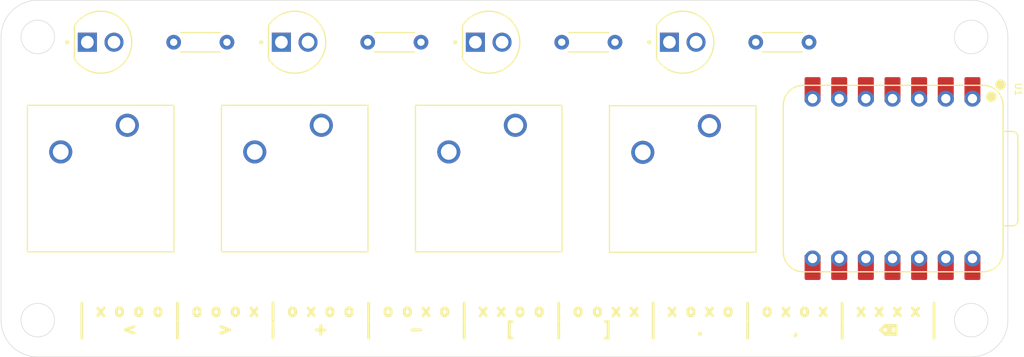
<source format=kicad_pcb>
(kicad_pcb (version 20241229) (generator "pcbnew") (generator_version "9.0")
  (layers (0 "F.Cu" signal) (2 "B.Cu" signal) (13 "F.Paste" user) (15 "B.Paste" user) (5 "F.SilkS" user "F.Silkscreen") (7 "B.SilkS" user "B.Silkscreen") (1 "F.Mask" user) (3 "B.Mask" user) (25 "Edge.Cuts" user))
  (net 0 "")
  (net 1 "GND")
  (net 2 "Net-(D1-PadA)")
  (net 3 "Net-(D2-PadA)")
  (net 4 "Net-(D3-PadA)")
  (net 5 "Net-(D4-PadA)")
  (net 6 "d1")
  (net 7 "d2")
  (net 8 "d3")
  (net 9 "d4")
  (net 10 "sw1")
  (net 11 "sw2")
  (net 12 "sw3")
  (net 13 "sw4")
  (footprint "Button_Switch_Keyboard:SW_Cherry_MX_1.00u_PCB" (layer "F.Cu") (at 144.04 54.92)
    (property "Reference" "SW3" (hide yes))
    (property "Value" "SW_Push")
    (fp_line (start -9.525 -1.905) (end 4.445 -1.905) (stroke (width 0.12)) (layer "F.SilkS"))
    (fp_line (start -9.525 12.065) (end -9.525 -1.905) (stroke (width 0.12)) (layer "F.SilkS"))
    (fp_line (start 4.445 -1.905) (end 4.445 12.065) (stroke (width 0.12)) (layer "F.SilkS"))
    (fp_line (start 4.445 12.065) (end -9.525 12.065) (stroke (width 0.12)) (layer "F.SilkS"))
    (pad "" np_thru_hole circle (at -7.62 5.08) (size 1.7 1.7) (drill 1.7) (layers "*.Cu" "*.Mask"))
    (pad "" np_thru_hole circle (at -2.54 5.08) (size 4 4) (drill 4) (layers "*.Cu" "*.Mask"))
    (pad "" np_thru_hole circle (at 2.54 5.08) (size 1.7 1.7) (drill 1.7) (layers "*.Cu" "*.Mask"))
    (pad "1" thru_hole circle (at 0 0) (size 2.2 2.2) (drill 1.5) (layers "*.Cu" "*.Mask") (net 12 "sw3"))
    (pad "2" thru_hole circle (at -6.35 2.54) (size 2.2 2.2) (drill 1.5) (layers "*.Cu" "*.Mask") (net 1 "GND"))
  )
  (footprint "Resistor_THT:R_Axial_DIN0204_L3.6mm_D1.6mm_P5.08mm_Horizontal" (layer "F.Cu") (at 148.46 47)
    (property "Reference" "R3" (hide yes))
    (property "Value" "R")
    (fp_line (start 0.62 -0.92) (end 4.46 -0.92) (stroke (width 0.12)) (layer "F.SilkS"))
    (fp_line (start 0.62 0.92) (end 4.46 0.92) (stroke (width 0.12)) (layer "F.SilkS"))
    (pad "1" thru_hole circle (at 0 0) (size 1.4 1.4) (drill 0.7) (layers "*.Cu" "*.Mask") (net 4 "Net-(D3-PadA)"))
    (pad "2" thru_hole circle (at 5.08 0) (size 1.4 1.4) (drill 0.7) (layers "*.Cu" "*.Mask") (net 8 "d3"))
  )
  (footprint "footprints:LEDRD254W57D500H1070" (layer "F.Cu") (at 141.5 47)
    (property "Reference" "D3" (hide yes))
    (property "Value" "L08R5000Q1" (hide yes))
    (fp_line (start -2.5 -1.566) (end -2.5 1.566) (stroke (width 0.127)) (layer "F.SilkS"))
    (fp_arc (start -2.5 -1.566) (mid 2.961291 0) (end -2.5 1.566) (stroke (width 0.127)) (layer "F.SilkS"))
    (fp_circle (center -3.2 0) (end -3.1 0) (stroke (width 0.2)) (fill no) (layer "F.SilkS"))
    (pad "A" thru_hole circle (at 1.27 0) (size 1.815 1.815) (drill 1.21) (layers "*.Cu" "*.Mask") (net 4 "Net-(D3-PadA)"))
    (pad "C" thru_hole rect (at -1.27 0) (size 1.815 1.815) (drill 1.21) (layers "*.Cu" "*.Mask") (net 1 "GND"))
  )
  (footprint "Button_Switch_Keyboard:SW_Cherry_MX_1.00u_PCB" (layer "F.Cu") (at 125.54 54.92)
    (property "Reference" "SW2" (hide yes))
    (property "Value" "SW_Push")
    (fp_line (start -9.525 -1.905) (end 4.445 -1.905) (stroke (width 0.12)) (layer "F.SilkS"))
    (fp_line (start -9.525 12.065) (end -9.525 -1.905) (stroke (width 0.12)) (layer "F.SilkS"))
    (fp_line (start 4.445 -1.905) (end 4.445 12.065) (stroke (width 0.12)) (layer "F.SilkS"))
    (fp_line (start 4.445 12.065) (end -9.525 12.065) (stroke (width 0.12)) (layer "F.SilkS"))
    (pad "" np_thru_hole circle (at -7.62 5.08) (size 1.7 1.7) (drill 1.7) (layers "*.Cu" "*.Mask"))
    (pad "" np_thru_hole circle (at -2.54 5.08) (size 4 4) (drill 4) (layers "*.Cu" "*.Mask"))
    (pad "" np_thru_hole circle (at 2.54 5.08) (size 1.7 1.7) (drill 1.7) (layers "*.Cu" "*.Mask"))
    (pad "1" thru_hole circle (at 0 0) (size 2.2 2.2) (drill 1.5) (layers "*.Cu" "*.Mask") (net 11 "sw2"))
    (pad "2" thru_hole circle (at -6.35 2.54) (size 2.2 2.2) (drill 1.5) (layers "*.Cu" "*.Mask") (net 1 "GND"))
  )
  (footprint "Resistor_THT:R_Axial_DIN0204_L3.6mm_D1.6mm_P5.08mm_Horizontal" (layer "F.Cu") (at 129.96 47)
    (property "Reference" "R2" (hide yes))
    (property "Value" "R")
    (fp_line (start 0.62 -0.92) (end 4.46 -0.92) (stroke (width 0.12)) (layer "F.SilkS"))
    (fp_line (start 0.62 0.92) (end 4.46 0.92) (stroke (width 0.12)) (layer "F.SilkS"))
    (pad "1" thru_hole circle (at 0 0) (size 1.4 1.4) (drill 0.7) (layers "*.Cu" "*.Mask") (net 3 "Net-(D2-PadA)"))
    (pad "2" thru_hole circle (at 5.08 0) (size 1.4 1.4) (drill 0.7) (layers "*.Cu" "*.Mask") (net 7 "d2"))
  )
  (footprint "Button_Switch_Keyboard:SW_Cherry_MX_1.00u_PCB" (layer "F.Cu") (at 107.04 54.92)
    (property "Reference" "SW1" (hide yes))
    (property "Value" "SW_Push")
    (fp_line (start -9.525 -1.905) (end 4.445 -1.905) (stroke (width 0.12)) (layer "F.SilkS"))
    (fp_line (start -9.525 12.065) (end -9.525 -1.905) (stroke (width 0.12)) (layer "F.SilkS"))
    (fp_line (start 4.445 -1.905) (end 4.445 12.065) (stroke (width 0.12)) (layer "F.SilkS"))
    (fp_line (start 4.445 12.065) (end -9.525 12.065) (stroke (width 0.12)) (layer "F.SilkS"))
    (pad "" np_thru_hole circle (at -7.62 5.08) (size 1.7 1.7) (drill 1.7) (layers "*.Cu" "*.Mask"))
    (pad "" np_thru_hole circle (at -2.54 5.08) (size 4 4) (drill 4) (layers "*.Cu" "*.Mask"))
    (pad "" np_thru_hole circle (at 2.54 5.08) (size 1.7 1.7) (drill 1.7) (layers "*.Cu" "*.Mask"))
    (pad "1" thru_hole circle (at 0 0) (size 2.2 2.2) (drill 1.5) (layers "*.Cu" "*.Mask") (net 10 "sw1"))
    (pad "2" thru_hole circle (at -6.35 2.54) (size 2.2 2.2) (drill 1.5) (layers "*.Cu" "*.Mask") (net 1 "GND"))
  )
  (footprint "Resistor_THT:R_Axial_DIN0204_L3.6mm_D1.6mm_P5.08mm_Horizontal" (layer "F.Cu") (at 111.46 47)
    (property "Reference" "R1" (hide yes))
    (property "Value" "R")
    (fp_line (start 0.62 -0.92) (end 4.46 -0.92) (stroke (width 0.12)) (layer "F.SilkS"))
    (fp_line (start 0.62 0.92) (end 4.46 0.92) (stroke (width 0.12)) (layer "F.SilkS"))
    (pad "1" thru_hole circle (at 0 0) (size 1.4 1.4) (drill 0.7) (layers "*.Cu" "*.Mask") (net 2 "Net-(D1-PadA)"))
    (pad "2" thru_hole circle (at 5.08 0) (size 1.4 1.4) (drill 0.7) (layers "*.Cu" "*.Mask") (net 6 "d1"))
  )
  (footprint "footprints:LEDRD254W57D500H1070" (layer "F.Cu") (at 104.5 47)
    (property "Reference" "D1" (hide yes))
    (property "Value" "L08R5000Q1" (hide yes))
    (fp_line (start -2.5 -1.566) (end -2.5 1.566) (stroke (width 0.127)) (layer "F.SilkS"))
    (fp_arc (start -2.5 -1.566) (mid 2.961291 0) (end -2.5 1.566) (stroke (width 0.127)) (layer "F.SilkS"))
    (fp_circle (center -3.2 0) (end -3.1 0) (stroke (width 0.2)) (fill no) (layer "F.SilkS"))
    (pad "A" thru_hole circle (at 1.27 0) (size 1.815 1.815) (drill 1.21) (layers "*.Cu" "*.Mask") (net 2 "Net-(D1-PadA)"))
    (pad "C" thru_hole rect (at -1.27 0) (size 1.815 1.815) (drill 1.21) (layers "*.Cu" "*.Mask") (net 1 "GND"))
  )
  (footprint "footprints:LEDRD254W57D500H1070" (layer "F.Cu") (at 123 47)
    (property "Reference" "D2" (hide yes))
    (property "Value" "L08R5000Q1" (hide yes))
    (fp_line (start -2.5 -1.566) (end -2.5 1.566) (stroke (width 0.127)) (layer "F.SilkS"))
    (fp_arc (start -2.5 -1.566) (mid 2.961291 0) (end -2.5 1.566) (stroke (width 0.127)) (layer "F.SilkS"))
    (fp_circle (center -3.2 0) (end -3.1 0) (stroke (width 0.2)) (fill no) (layer "F.SilkS"))
    (pad "A" thru_hole circle (at 1.27 0) (size 1.815 1.815) (drill 1.21) (layers "*.Cu" "*.Mask") (net 3 "Net-(D2-PadA)"))
    (pad "C" thru_hole rect (at -1.27 0) (size 1.815 1.815) (drill 1.21) (layers "*.Cu" "*.Mask") (net 1 "GND"))
  )
  (footprint "footprints:XIAO-RP2040-DIP" (layer "F.Cu") (at 180 60 -90)
    (property "Reference" "U1" (at -8.5 -12 270) (layer "F.SilkS") (effects (font (size 0.635 0.635) (thickness 0.1016))))
    (property "Value" "XIAO-RP2040-DIP")
    (fp_line (start -6.985 10.414) (end 6.985 10.414) (stroke (width 0.127)) (layer "F.SilkS"))
    (fp_line (start -8.89 8.509) (end -8.89 -8.636) (stroke (width 0.127)) (layer "F.SilkS"))
    (fp_line (start 8.89 8.509) (end 8.89 -8.636) (stroke (width 0.127)) (layer "F.SilkS"))
    (fp_line (start -4.495 -10.541) (end -4.491272 -11.451272) (stroke (width 0.127)) (layer "F.SilkS"))
    (fp_line (start 6.985 -10.541) (end -6.985 -10.541) (stroke (width 0.1)) (layer "F.SilkS"))
    (fp_line (start 6.985 -10.541) (end -6.985 -10.541) (stroke (width 0.127)) (layer "F.SilkS"))
    (fp_line (start 4.504 -11.451) (end 4.504 -10.541) (stroke (width 0.127)) (layer "F.SilkS"))
    (fp_line (start -3.991272 -11.951) (end 4.004 -11.951) (stroke (width 0.127)) (layer "F.SilkS"))
    (fp_arc (start -6.985 10.414) (mid -8.332038 9.856038) (end -8.89 8.509) (stroke (width 0.127)) (layer "F.SilkS"))
    (fp_arc (start 8.89 8.509) (mid 8.332038 9.856038) (end 6.985 10.414) (stroke (width 0.127)) (layer "F.SilkS"))
    (fp_arc (start -8.89 -8.636) (mid -8.332038 -9.983038) (end -6.985 -10.541) (stroke (width 0.127)) (layer "F.SilkS"))
    (fp_arc (start 6.985 -10.541) (mid 8.332038 -9.983038) (end 8.89 -8.636) (stroke (width 0.127)) (layer "F.SilkS"))
    (fp_arc (start -4.491272 -11.451272) (mid -4.344728 -11.80464) (end -3.991272 -11.951) (stroke (width 0.127)) (layer "F.SilkS"))
    (fp_arc (start 4.004 -11.951) (mid 4.357553 -11.804553) (end 4.504 -11.451) (stroke (width 0.127)) (layer "F.SilkS"))
    (fp_circle (center -7.807 -9.42) (end -7.807 -9.674) (stroke (width 0.5)) (fill yes) (layer "F.SilkS"))
    (fp_circle (center -8.95 -10.3) (end -8.95 -10.554) (stroke (width 0.5)) (fill yes) (layer "F.SilkS"))
    (pad "1" smd roundrect (at -8.455 -7.62 90) (size 2.432 1.524) (layers "F.Cu" "F.Mask") (roundrect_rratio 0.1))
    (pad "1" thru_hole circle (at -7.62 -7.62 90) (size 1.524 1.524) (drill 0.889) (layers "*.Cu" "*.Mask"))
    (pad "2" smd roundrect (at -8.455 -5.08 90) (size 2.432 1.524) (layers "F.Cu" "F.Mask") (roundrect_rratio 0.1))
    (pad "2" thru_hole circle (at -7.62 -5.08 90) (size 1.524 1.524) (drill 0.889) (layers "*.Cu" "*.Mask"))
    (pad "3" smd roundrect (at -8.455 -2.54 90) (size 2.432 1.524) (layers "F.Cu" "F.Mask") (roundrect_rratio 0.1))
    (pad "3" thru_hole circle (at -7.62 -2.54 90) (size 1.524 1.524) (drill 0.889) (layers "*.Cu" "*.Mask"))
    (pad "4" smd roundrect (at -8.455 0 90) (size 2.432 1.524) (layers "F.Cu" "F.Mask") (roundrect_rratio 0.1) (net 10 "sw1"))
    (pad "4" thru_hole circle (at -7.62 0 90) (size 1.524 1.524) (drill 0.889) (layers "*.Cu" "*.Mask") (net 10 "sw1"))
    (pad "5" smd roundrect (at -8.455 2.54 90) (size 2.432 1.524) (layers "F.Cu" "F.Mask") (roundrect_rratio 0.1) (net 11 "sw2"))
    (pad "5" thru_hole circle (at -7.62 2.54 90) (size 1.524 1.524) (drill 0.889) (layers "*.Cu" "*.Mask") (net 11 "sw2"))
    (pad "6" smd roundrect (at -8.455 5.08 90) (size 2.432 1.524) (layers "F.Cu" "F.Mask") (roundrect_rratio 0.1) (net 12 "sw3"))
    (pad "6" thru_hole circle (at -7.62 5.08 90) (size 1.524 1.524) (drill 0.889) (layers "*.Cu" "*.Mask") (net 12 "sw3"))
    (pad "7" smd roundrect (at -8.455 7.62 90) (size 2.432 1.524) (layers "F.Cu" "F.Mask") (roundrect_rratio 0.1) (net 13 "sw4"))
    (pad "7" thru_hole circle (at -7.62 7.62 90) (size 1.524 1.524) (drill 0.889) (layers "*.Cu" "*.Mask") (net 13 "sw4"))
    (pad "8" thru_hole circle (at 7.62 7.62 270) (size 1.524 1.524) (drill 0.889) (layers "*.Cu" "*.Mask") (net 9 "d4"))
    (pad "8" smd roundrect (at 8.455 7.62 270) (size 2.432 1.524) (layers "F.Cu" "F.Mask") (roundrect_rratio 0.1) (net 9 "d4"))
    (pad "9" thru_hole circle (at 7.62 5.08 270) (size 1.524 1.524) (drill 0.889) (layers "*.Cu" "*.Mask") (net 8 "d3"))
    (pad "9" smd roundrect (at 8.455 5.08 270) (size 2.432 1.524) (layers "F.Cu" "F.Mask") (roundrect_rratio 0.1) (net 8 "d3"))
    (pad "10" thru_hole circle (at 7.62 2.54 270) (size 1.524 1.524) (drill 0.889) (layers "*.Cu" "*.Mask") (net 7 "d2"))
    (pad "10" smd roundrect (at 8.455 2.54 270) (size 2.432 1.524) (layers "F.Cu" "F.Mask") (roundrect_rratio 0.1) (net 7 "d2"))
    (pad "11" thru_hole circle (at 7.62 0 270) (size 1.524 1.524) (drill 0.889) (layers "*.Cu" "*.Mask") (net 6 "d1"))
    (pad "11" smd roundrect (at 8.455 0 270) (size 2.432 1.524) (layers "F.Cu" "F.Mask") (roundrect_rratio 0.1) (net 6 "d1"))
    (pad "12" thru_hole circle (at 7.62 -2.54 270) (size 1.524 1.524) (drill 0.889) (layers "*.Cu" "*.Mask"))
    (pad "12" smd roundrect (at 8.455 -2.54 270) (size 2.432 1.524) (layers "F.Cu" "F.Mask") (roundrect_rratio 0.1))
    (pad "13" thru_hole circle (at 7.62 -5.08 270) (size 1.524 1.524) (drill 0.889) (layers "*.Cu" "*.Mask") (net 1 "GND"))
    (pad "13" smd roundrect (at 8.455 -5.08 270) (size 2.432 1.524) (layers "F.Cu" "F.Mask") (roundrect_rratio 0.1) (net 1 "GND"))
    (pad "14" thru_hole circle (at 7.62 -7.62 270) (size 1.524 1.524) (drill 0.889) (layers "*.Cu" "*.Mask"))
    (pad "14" smd roundrect (at 8.455 -7.62 270) (size 2.432 1.524) (layers "F.Cu" "F.Mask") (roundrect_rratio 0.1))
  )
  (footprint "Resistor_THT:R_Axial_DIN0204_L3.6mm_D1.6mm_P5.08mm_Horizontal" (layer "F.Cu") (at 166.96 47)
    (property "Reference" "R4" (hide yes))
    (property "Value" "R")
    (fp_line (start 0.62 -0.92) (end 4.46 -0.92) (stroke (width 0.12)) (layer "F.SilkS"))
    (fp_line (start 0.62 0.92) (end 4.46 0.92) (stroke (width 0.12)) (layer "F.SilkS"))
    (pad "1" thru_hole circle (at 0 0) (size 1.4 1.4) (drill 0.7) (layers "*.Cu" "*.Mask") (net 5 "Net-(D4-PadA)"))
    (pad "2" thru_hole circle (at 5.08 0) (size 1.4 1.4) (drill 0.7) (layers "*.Cu" "*.Mask") (net 9 "d4"))
  )
  (footprint "footprints:LEDRD254W57D500H1070" (layer "F.Cu") (at 160 47)
    (property "Reference" "D4" (hide yes))
    (property "Value" "L08R5000Q1" (hide yes))
    (fp_line (start -2.5 -1.566) (end -2.5 1.566) (stroke (width 0.127)) (layer "F.SilkS"))
    (fp_arc (start -2.5 -1.566) (mid 2.961291 0) (end -2.5 1.566) (stroke (width 0.127)) (layer "F.SilkS"))
    (fp_circle (center -3.2 0) (end -3.1 0) (stroke (width 0.2)) (fill no) (layer "F.SilkS"))
    (pad "A" thru_hole circle (at 1.27 0) (size 1.815 1.815) (drill 1.21) (layers "*.Cu" "*.Mask") (net 5 "Net-(D4-PadA)"))
    (pad "C" thru_hole rect (at -1.27 0) (size 1.815 1.815) (drill 1.21) (layers "*.Cu" "*.Mask") (net 1 "GND"))
  )
  (footprint "Button_Switch_Keyboard:SW_Cherry_MX_1.00u_PCB" (layer "F.Cu") (at 162.54 54.96)
    (property "Reference" "SW4" (hide yes))
    (property "Value" "SW_Push")
    (fp_line (start -9.525 -1.905) (end 4.445 -1.905) (stroke (width 0.12)) (layer "F.SilkS"))
    (fp_line (start -9.525 12.065) (end -9.525 -1.905) (stroke (width 0.12)) (layer "F.SilkS"))
    (fp_line (start 4.445 -1.905) (end 4.445 12.065) (stroke (width 0.12)) (layer "F.SilkS"))
    (fp_line (start 4.445 12.065) (end -9.525 12.065) (stroke (width 0.12)) (layer "F.SilkS"))
    (pad "" np_thru_hole circle (at -7.62 5.08) (size 1.7 1.7) (drill 1.7) (layers "*.Cu" "*.Mask"))
    (pad "" np_thru_hole circle (at -2.54 5.08) (size 4 4) (drill 4) (layers "*.Cu" "*.Mask"))
    (pad "" np_thru_hole circle (at 2.54 5.08) (size 1.7 1.7) (drill 1.7) (layers "*.Cu" "*.Mask"))
    (pad "1" thru_hole circle (at 0 0) (size 2.2 2.2) (drill 1.5) (layers "*.Cu" "*.Mask") (net 13 "sw4"))
    (pad "2" thru_hole circle (at -6.35 2.54) (size 2.2 2.2) (drill 1.5) (layers "*.Cu" "*.Mask") (net 1 "GND"))
  )
  (gr_line (start 183.957175 71.878473) (end 183.957175 75.219695) (stroke (width 0.275)) (layer "F.SilkS"))
  (gr_arc (start 98.5 77) (mid 96.025126 75.974874) (end 95 73.5) (stroke (width 0.05)) (layer "Edge.Cuts"))
  (gr_circle (center 98.5 73.5) (end 100.1 73.5) (stroke (width 0.05)) (fill no) (layer "Edge.Cuts"))
  (gr_circle (center 187.5 46.5) (end 189.1 46.5) (stroke (width 0.05)) (fill no) (layer "Edge.Cuts"))
  (gr_line (start 98.5 43) (end 187.5 43) (stroke (width 0.05)) (layer "Edge.Cuts"))
  (gr_line (start 95 73.5) (end 95 46.5) (stroke (width 0.05)) (layer "Edge.Cuts"))
  (gr_arc (start 187.5 43) (mid 189.974874 44.025126) (end 191 46.5) (stroke (width 0.05)) (layer "Edge.Cuts"))
  (gr_arc (start 191 73.5) (mid 189.974874 75.974874) (end 187.5 77) (stroke (width 0.05)) (layer "Edge.Cuts"))
  (gr_circle (center 187.5 73.5) (end 189.1 73.5) (stroke (width 0.05)) (fill no) (layer "Edge.Cuts"))
  (gr_line (start 191 46.5) (end 191 73.5) (stroke (width 0.05)) (layer "Edge.Cuts"))
  (gr_line (start 187.5 77) (end 98.5 77) (stroke (width 0.05)) (layer "Edge.Cuts"))
  (gr_arc (start 95 46.5) (mid 96.025126 44.025126) (end 98.5 43) (stroke (width 0.05)) (layer "Edge.Cuts"))
  (gr_circle (center 98.5 46.5) (end 100.1 46.5) (stroke (width 0.05)) (fill no) (layer "Edge.Cuts"))
  (gr_text "| x o o o | o o o x | o x o o | o o x o | x x o o | o o x x | x o x o | o x o x | x x x x \n|    <    |    >    |    +    |    -    |     [      |        ]     |       .        |        ,       |       ⌫       " (at 102 75 0) (layer "F.SilkS") (effects (font (size 1.1 1.1) (thickness 0.275) (bold yes)) (justify left bottom)))
)
</source>
